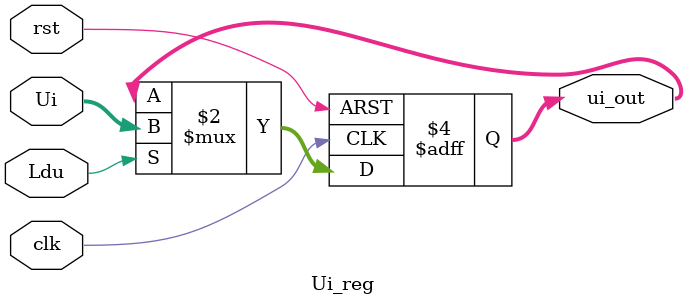
<source format=v>
module Ui_reg(input clk, rst, Ldu, input [1:0] Ui, output reg [1:0] ui_out);

    always@(posedge clk, posedge rst) begin
        if(rst) ui_out <= 2'b0;
        else if (Ldu) ui_out <= Ui;
    end

endmodule

</source>
